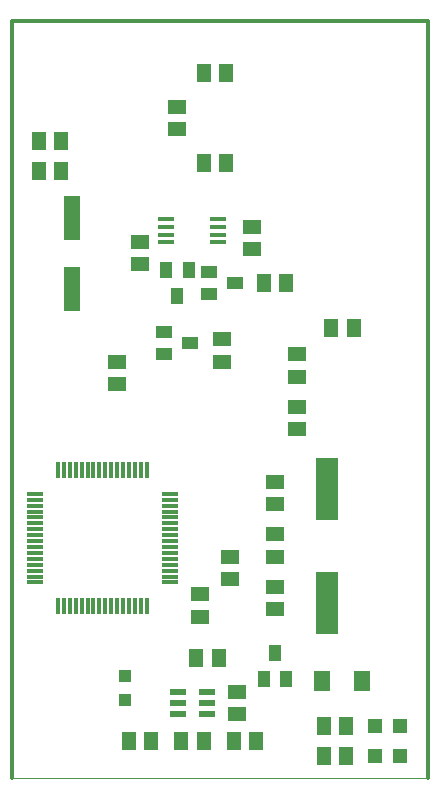
<source format=gtp>
G04 EAGLE Gerber RS-274X export*
G75*
%MOMM*%
%FSLAX34Y34*%
%LPD*%
%INSMD-Paste Oberseite*%
%IPPOS*%
%AMOC8*
5,1,8,0,0,1.08239X$1,22.5*%
G01*
%ADD10C,0.000000*%
%ADD11C,0.304800*%
%ADD12R,1.300000X1.500000*%
%ADD13R,1.500000X1.300000*%
%ADD14R,1.400000X3.800000*%
%ADD15R,1.000000X1.400000*%
%ADD16R,0.300000X1.475000*%
%ADD17R,1.475000X0.300000*%
%ADD18R,1.400000X0.600000*%
%ADD19R,1.425000X0.450000*%
%ADD20R,1.000000X1.000000*%
%ADD21R,1.400000X1.000000*%
%ADD22R,1.930400X5.334000*%
%ADD23R,1.200000X1.200000*%
%ADD24R,1.400000X1.800000*%


D10*
X0Y0D02*
X352300Y0D01*
D11*
X352300Y641250D01*
X0Y641250D01*
X0Y0D01*
D12*
X98450Y31750D03*
X117450Y31750D03*
D13*
X184150Y187300D03*
X184150Y168300D03*
X241300Y314300D03*
X241300Y295300D03*
X190500Y54000D03*
X190500Y73000D03*
X222250Y231800D03*
X222250Y250800D03*
X222250Y161900D03*
X222250Y142900D03*
X107950Y454000D03*
X107950Y435000D03*
D14*
X50800Y474500D03*
X50800Y414500D03*
D13*
X158750Y155550D03*
X158750Y136550D03*
D15*
X139700Y408100D03*
X130200Y430100D03*
X149200Y430100D03*
D16*
X38700Y145820D03*
X43700Y145820D03*
X48700Y145820D03*
X53700Y145820D03*
X58700Y145820D03*
X63700Y145820D03*
X68700Y145820D03*
X73700Y145820D03*
X78700Y145820D03*
X83700Y145820D03*
X88700Y145820D03*
X93700Y145820D03*
X98700Y145820D03*
X103700Y145820D03*
X108700Y145820D03*
X113700Y145820D03*
D17*
X133580Y165700D03*
X133580Y170700D03*
X133580Y175700D03*
X133580Y180700D03*
X133580Y185700D03*
X133580Y190700D03*
X133580Y195700D03*
X133580Y200700D03*
X133580Y205700D03*
X133580Y210700D03*
X133580Y215700D03*
X133580Y220700D03*
X133580Y225700D03*
X133580Y230700D03*
X133580Y235700D03*
X133580Y240700D03*
D16*
X113700Y260580D03*
X108700Y260580D03*
X103700Y260580D03*
X98700Y260580D03*
X93700Y260580D03*
X88700Y260580D03*
X83700Y260580D03*
X78700Y260580D03*
X73700Y260580D03*
X68700Y260580D03*
X63700Y260580D03*
X58700Y260580D03*
X53700Y260580D03*
X48700Y260580D03*
X43700Y260580D03*
X38700Y260580D03*
D17*
X18820Y240700D03*
X18820Y235700D03*
X18820Y230700D03*
X18820Y225700D03*
X18820Y220700D03*
X18820Y215700D03*
X18820Y210700D03*
X18820Y205700D03*
X18820Y200700D03*
X18820Y195700D03*
X18820Y190700D03*
X18820Y185700D03*
X18820Y180700D03*
X18820Y175700D03*
X18820Y170700D03*
X18820Y165700D03*
D18*
X139900Y73000D03*
X139900Y63500D03*
X139900Y54000D03*
X164900Y54000D03*
X164900Y63500D03*
X164900Y73000D03*
D19*
X174520Y453800D03*
X174520Y460300D03*
X174520Y466800D03*
X174520Y473300D03*
X130280Y473300D03*
X130280Y466800D03*
X130280Y460300D03*
X130280Y453800D03*
D20*
X95250Y86200D03*
X95250Y66200D03*
D21*
X188800Y419100D03*
X166800Y409600D03*
X166800Y428600D03*
D22*
X266700Y148590D03*
X266700Y245110D03*
D12*
X187350Y31750D03*
X206350Y31750D03*
D13*
X222250Y187350D03*
X222250Y206350D03*
X88900Y333400D03*
X88900Y352400D03*
D12*
X288900Y381000D03*
X269900Y381000D03*
D13*
X241300Y339750D03*
X241300Y358750D03*
D12*
X142900Y31750D03*
X161900Y31750D03*
X41250Y514350D03*
X22250Y514350D03*
X41250Y539750D03*
X22250Y539750D03*
D13*
X177800Y371450D03*
X177800Y352450D03*
X203200Y447700D03*
X203200Y466700D03*
D12*
X231750Y419100D03*
X212750Y419100D03*
D15*
X222250Y106250D03*
X231750Y84250D03*
X212750Y84250D03*
D13*
X139700Y568300D03*
X139700Y549300D03*
D12*
X161950Y520700D03*
X180950Y520700D03*
X161950Y596900D03*
X180950Y596900D03*
D21*
X150700Y368300D03*
X128700Y358800D03*
X128700Y377800D03*
D23*
X328000Y44450D03*
X307000Y44450D03*
X328000Y19050D03*
X307000Y19050D03*
D12*
X282550Y19050D03*
X263550Y19050D03*
X282550Y44450D03*
X263550Y44450D03*
D24*
X262400Y82550D03*
X296400Y82550D03*
D12*
X155600Y101600D03*
X174600Y101600D03*
M02*

</source>
